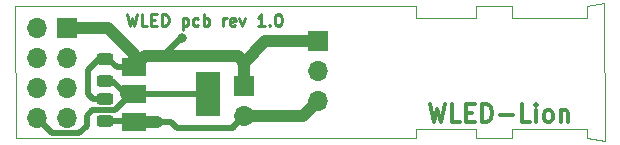
<source format=gtl>
G04 #@! TF.GenerationSoftware,KiCad,Pcbnew,6.0.7-f9a2dced07~116~ubuntu20.04.1*
G04 #@! TF.CreationDate,2022-09-06T19:45:12+02:00*
G04 #@! TF.ProjectId,wled-lion,776c6564-2d6c-4696-9f6e-2e6b69636164,rev?*
G04 #@! TF.SameCoordinates,Original*
G04 #@! TF.FileFunction,Copper,L1,Top*
G04 #@! TF.FilePolarity,Positive*
%FSLAX46Y46*%
G04 Gerber Fmt 4.6, Leading zero omitted, Abs format (unit mm)*
G04 Created by KiCad (PCBNEW 6.0.7-f9a2dced07~116~ubuntu20.04.1) date 2022-09-06 19:45:12*
%MOMM*%
%LPD*%
G01*
G04 APERTURE LIST*
G04 Aperture macros list*
%AMRoundRect*
0 Rectangle with rounded corners*
0 $1 Rounding radius*
0 $2 $3 $4 $5 $6 $7 $8 $9 X,Y pos of 4 corners*
0 Add a 4 corners polygon primitive as box body*
4,1,4,$2,$3,$4,$5,$6,$7,$8,$9,$2,$3,0*
0 Add four circle primitives for the rounded corners*
1,1,$1+$1,$2,$3*
1,1,$1+$1,$4,$5*
1,1,$1+$1,$6,$7*
1,1,$1+$1,$8,$9*
0 Add four rect primitives between the rounded corners*
20,1,$1+$1,$2,$3,$4,$5,0*
20,1,$1+$1,$4,$5,$6,$7,0*
20,1,$1+$1,$6,$7,$8,$9,0*
20,1,$1+$1,$8,$9,$2,$3,0*%
G04 Aperture macros list end*
%ADD10C,0.300000*%
G04 #@! TA.AperFunction,NonConductor*
%ADD11C,0.300000*%
G04 #@! TD*
G04 #@! TA.AperFunction,Profile*
%ADD12C,0.050000*%
G04 #@! TD*
%ADD13C,0.250000*%
G04 #@! TA.AperFunction,NonConductor*
%ADD14C,0.250000*%
G04 #@! TD*
G04 #@! TA.AperFunction,SMDPad,CuDef*
%ADD15RoundRect,0.243750X0.456250X-0.243750X0.456250X0.243750X-0.456250X0.243750X-0.456250X-0.243750X0*%
G04 #@! TD*
G04 #@! TA.AperFunction,ComponentPad*
%ADD16R,1.700000X1.700000*%
G04 #@! TD*
G04 #@! TA.AperFunction,ComponentPad*
%ADD17O,1.700000X1.700000*%
G04 #@! TD*
G04 #@! TA.AperFunction,SMDPad,CuDef*
%ADD18R,2.000000X1.500000*%
G04 #@! TD*
G04 #@! TA.AperFunction,SMDPad,CuDef*
%ADD19R,2.000000X3.800000*%
G04 #@! TD*
G04 #@! TA.AperFunction,ViaPad*
%ADD20C,0.800000*%
G04 #@! TD*
G04 #@! TA.AperFunction,Conductor*
%ADD21C,1.000000*%
G04 #@! TD*
G04 #@! TA.AperFunction,Conductor*
%ADD22C,0.500000*%
G04 #@! TD*
G04 APERTURE END LIST*
D10*
D11*
X183571428Y-92878571D02*
X183928571Y-94378571D01*
X184214285Y-93307142D01*
X184500000Y-94378571D01*
X184857142Y-92878571D01*
X186142857Y-94378571D02*
X185428571Y-94378571D01*
X185428571Y-92878571D01*
X186642857Y-93592857D02*
X187142857Y-93592857D01*
X187357142Y-94378571D02*
X186642857Y-94378571D01*
X186642857Y-92878571D01*
X187357142Y-92878571D01*
X188000000Y-94378571D02*
X188000000Y-92878571D01*
X188357142Y-92878571D01*
X188571428Y-92950000D01*
X188714285Y-93092857D01*
X188785714Y-93235714D01*
X188857142Y-93521428D01*
X188857142Y-93735714D01*
X188785714Y-94021428D01*
X188714285Y-94164285D01*
X188571428Y-94307142D01*
X188357142Y-94378571D01*
X188000000Y-94378571D01*
X189500000Y-93807142D02*
X190642857Y-93807142D01*
X192071428Y-94378571D02*
X191357142Y-94378571D01*
X191357142Y-92878571D01*
X192571428Y-94378571D02*
X192571428Y-93378571D01*
X192571428Y-92878571D02*
X192500000Y-92950000D01*
X192571428Y-93021428D01*
X192642857Y-92950000D01*
X192571428Y-92878571D01*
X192571428Y-93021428D01*
X193500000Y-94378571D02*
X193357142Y-94307142D01*
X193285714Y-94235714D01*
X193214285Y-94092857D01*
X193214285Y-93664285D01*
X193285714Y-93521428D01*
X193357142Y-93450000D01*
X193500000Y-93378571D01*
X193714285Y-93378571D01*
X193857142Y-93450000D01*
X193928571Y-93521428D01*
X194000000Y-93664285D01*
X194000000Y-94092857D01*
X193928571Y-94235714D01*
X193857142Y-94307142D01*
X193714285Y-94378571D01*
X193500000Y-94378571D01*
X194642857Y-93378571D02*
X194642857Y-94378571D01*
X194642857Y-93521428D02*
X194714285Y-93450000D01*
X194857142Y-93378571D01*
X195071428Y-93378571D01*
X195214285Y-93450000D01*
X195285714Y-93592857D01*
X195285714Y-94378571D01*
D12*
X182372000Y-84582000D02*
X148450000Y-84550000D01*
X198350000Y-84328000D02*
X198374000Y-96012000D01*
X190500000Y-85598000D02*
X196850000Y-85598000D01*
X190500000Y-94996000D02*
X196850000Y-94996000D01*
X182372000Y-95758000D02*
X182372000Y-94996000D01*
X148450000Y-84550000D02*
X148500000Y-95758000D01*
X187452000Y-94996000D02*
X187452000Y-95758000D01*
X190500000Y-84582000D02*
X190500000Y-85598000D01*
X182372000Y-85598000D02*
X187452000Y-85598000D01*
X187452000Y-95758000D02*
X190500000Y-95758000D01*
X182372000Y-85598000D02*
X182372000Y-84582000D01*
X187452000Y-85598000D02*
X187452000Y-84582000D01*
X198350000Y-84328000D02*
X196850000Y-84582000D01*
X196850000Y-94996000D02*
X196850000Y-95758000D01*
X187452000Y-84582000D02*
X190500000Y-84582000D01*
X196850000Y-95758000D02*
X198374000Y-96012000D01*
X182372000Y-94996000D02*
X187452000Y-94996000D01*
X190500000Y-95758000D02*
X190500000Y-94996000D01*
X196850000Y-84582000D02*
X196850000Y-85598000D01*
X148500000Y-95758000D02*
X182372000Y-95758000D01*
D13*
D14*
X157928571Y-85252380D02*
X158166666Y-86252380D01*
X158357142Y-85538095D01*
X158547619Y-86252380D01*
X158785714Y-85252380D01*
X159642857Y-86252380D02*
X159166666Y-86252380D01*
X159166666Y-85252380D01*
X159976190Y-85728571D02*
X160309523Y-85728571D01*
X160452380Y-86252380D02*
X159976190Y-86252380D01*
X159976190Y-85252380D01*
X160452380Y-85252380D01*
X160880952Y-86252380D02*
X160880952Y-85252380D01*
X161119047Y-85252380D01*
X161261904Y-85300000D01*
X161357142Y-85395238D01*
X161404761Y-85490476D01*
X161452380Y-85680952D01*
X161452380Y-85823809D01*
X161404761Y-86014285D01*
X161357142Y-86109523D01*
X161261904Y-86204761D01*
X161119047Y-86252380D01*
X160880952Y-86252380D01*
X162642857Y-85585714D02*
X162642857Y-86585714D01*
X162642857Y-85633333D02*
X162738095Y-85585714D01*
X162928571Y-85585714D01*
X163023809Y-85633333D01*
X163071428Y-85680952D01*
X163119047Y-85776190D01*
X163119047Y-86061904D01*
X163071428Y-86157142D01*
X163023809Y-86204761D01*
X162928571Y-86252380D01*
X162738095Y-86252380D01*
X162642857Y-86204761D01*
X163976190Y-86204761D02*
X163880952Y-86252380D01*
X163690476Y-86252380D01*
X163595238Y-86204761D01*
X163547619Y-86157142D01*
X163500000Y-86061904D01*
X163500000Y-85776190D01*
X163547619Y-85680952D01*
X163595238Y-85633333D01*
X163690476Y-85585714D01*
X163880952Y-85585714D01*
X163976190Y-85633333D01*
X164404761Y-86252380D02*
X164404761Y-85252380D01*
X164404761Y-85633333D02*
X164500000Y-85585714D01*
X164690476Y-85585714D01*
X164785714Y-85633333D01*
X164833333Y-85680952D01*
X164880952Y-85776190D01*
X164880952Y-86061904D01*
X164833333Y-86157142D01*
X164785714Y-86204761D01*
X164690476Y-86252380D01*
X164500000Y-86252380D01*
X164404761Y-86204761D01*
X166071428Y-86252380D02*
X166071428Y-85585714D01*
X166071428Y-85776190D02*
X166119047Y-85680952D01*
X166166666Y-85633333D01*
X166261904Y-85585714D01*
X166357142Y-85585714D01*
X167071428Y-86204761D02*
X166976190Y-86252380D01*
X166785714Y-86252380D01*
X166690476Y-86204761D01*
X166642857Y-86109523D01*
X166642857Y-85728571D01*
X166690476Y-85633333D01*
X166785714Y-85585714D01*
X166976190Y-85585714D01*
X167071428Y-85633333D01*
X167119047Y-85728571D01*
X167119047Y-85823809D01*
X166642857Y-85919047D01*
X167452380Y-85585714D02*
X167690476Y-86252380D01*
X167928571Y-85585714D01*
X169595238Y-86252380D02*
X169023809Y-86252380D01*
X169309523Y-86252380D02*
X169309523Y-85252380D01*
X169214285Y-85395238D01*
X169119047Y-85490476D01*
X169023809Y-85538095D01*
X170023809Y-86157142D02*
X170071428Y-86204761D01*
X170023809Y-86252380D01*
X169976190Y-86204761D01*
X170023809Y-86157142D01*
X170023809Y-86252380D01*
X170690476Y-85252380D02*
X170785714Y-85252380D01*
X170880952Y-85300000D01*
X170928571Y-85347619D01*
X170976190Y-85442857D01*
X171023809Y-85633333D01*
X171023809Y-85871428D01*
X170976190Y-86061904D01*
X170928571Y-86157142D01*
X170880952Y-86204761D01*
X170785714Y-86252380D01*
X170690476Y-86252380D01*
X170595238Y-86204761D01*
X170547619Y-86157142D01*
X170500000Y-86061904D01*
X170452380Y-85871428D01*
X170452380Y-85633333D01*
X170500000Y-85442857D01*
X170547619Y-85347619D01*
X170595238Y-85300000D01*
X170690476Y-85252380D01*
D15*
X156100000Y-94337500D03*
X156100000Y-92462500D03*
X156100000Y-90887500D03*
X156100000Y-89012500D03*
D16*
X152850000Y-86400000D03*
D17*
X150310000Y-86400000D03*
X152850000Y-88940000D03*
X150310000Y-88940000D03*
X152850000Y-91480000D03*
X150310000Y-91480000D03*
X152850000Y-94020000D03*
X150310000Y-94020000D03*
D16*
X174100000Y-87550000D03*
D17*
X174100000Y-90090000D03*
X174100000Y-92630000D03*
D18*
X158500000Y-89750000D03*
X158500000Y-92050000D03*
D19*
X164800000Y-92050000D03*
D18*
X158500000Y-94350000D03*
D16*
X167850000Y-91350000D03*
D17*
X167850000Y-93890000D03*
D20*
X162600000Y-87300000D03*
D21*
X167850000Y-91350000D02*
X167850000Y-89350000D01*
X169650000Y-87550000D02*
X174100000Y-87550000D01*
X159421120Y-88828880D02*
X160971120Y-88828880D01*
X167850000Y-89369080D02*
X167850000Y-91350000D01*
X158500000Y-89750000D02*
X159421120Y-88828880D01*
X167850000Y-89350000D02*
X169650000Y-87550000D01*
D22*
X156312500Y-89012500D02*
X157050000Y-89750000D01*
X154600000Y-90000000D02*
X155587500Y-89012500D01*
D21*
X158500000Y-88600000D02*
X158500000Y-89750000D01*
D22*
X156100000Y-92462500D02*
X155062500Y-92462500D01*
X162600000Y-87300000D02*
X162500000Y-87300000D01*
X155587500Y-89012500D02*
X156100000Y-89012500D01*
X154600000Y-90000000D02*
X154600000Y-92000000D01*
D21*
X167309800Y-88828880D02*
X167850000Y-89369080D01*
X160971120Y-88828880D02*
X167309800Y-88828880D01*
X152850000Y-86400000D02*
X156300000Y-86400000D01*
D22*
X156100000Y-89012500D02*
X156312500Y-89012500D01*
X155062500Y-92462500D02*
X154600000Y-92000000D01*
X162500000Y-87300000D02*
X160971120Y-88828880D01*
X157050000Y-89750000D02*
X158500000Y-89750000D01*
D21*
X156300000Y-86400000D02*
X158500000Y-88600000D01*
D22*
X158487500Y-94337500D02*
X158500000Y-94350000D01*
D21*
X158312500Y-94537500D02*
X158500000Y-94350000D01*
X158500000Y-94350000D02*
X160500000Y-94350000D01*
D22*
X166889989Y-94850011D02*
X167000001Y-94739999D01*
X156100000Y-94337500D02*
X158487500Y-94337500D01*
X161660000Y-94350000D02*
X162160011Y-94850011D01*
X160500000Y-94350000D02*
X161660000Y-94350000D01*
X162160011Y-94850011D02*
X166889989Y-94850011D01*
X167000001Y-94739999D02*
X167850000Y-93890000D01*
D21*
X167850000Y-93890000D02*
X172840000Y-93890000D01*
X172840000Y-93890000D02*
X174100000Y-92630000D01*
D22*
X158500000Y-92050000D02*
X164800000Y-92050000D01*
X158250000Y-92050000D02*
X158500000Y-92050000D01*
X155000000Y-93400000D02*
X156900000Y-93400000D01*
D21*
X157862500Y-92050000D02*
X158500000Y-92050000D01*
D22*
X154500000Y-93900000D02*
X155000000Y-93400000D01*
X150310000Y-94020000D02*
X151610000Y-95320000D01*
X154500000Y-94700000D02*
X154500000Y-93900000D01*
X156900000Y-93400000D02*
X158250000Y-92050000D01*
X156700000Y-90887500D02*
X157862500Y-92050000D01*
X153880000Y-95320000D02*
X154500000Y-94700000D01*
X151610000Y-95320000D02*
X153880000Y-95320000D01*
X156100000Y-90887500D02*
X156700000Y-90887500D01*
M02*

</source>
